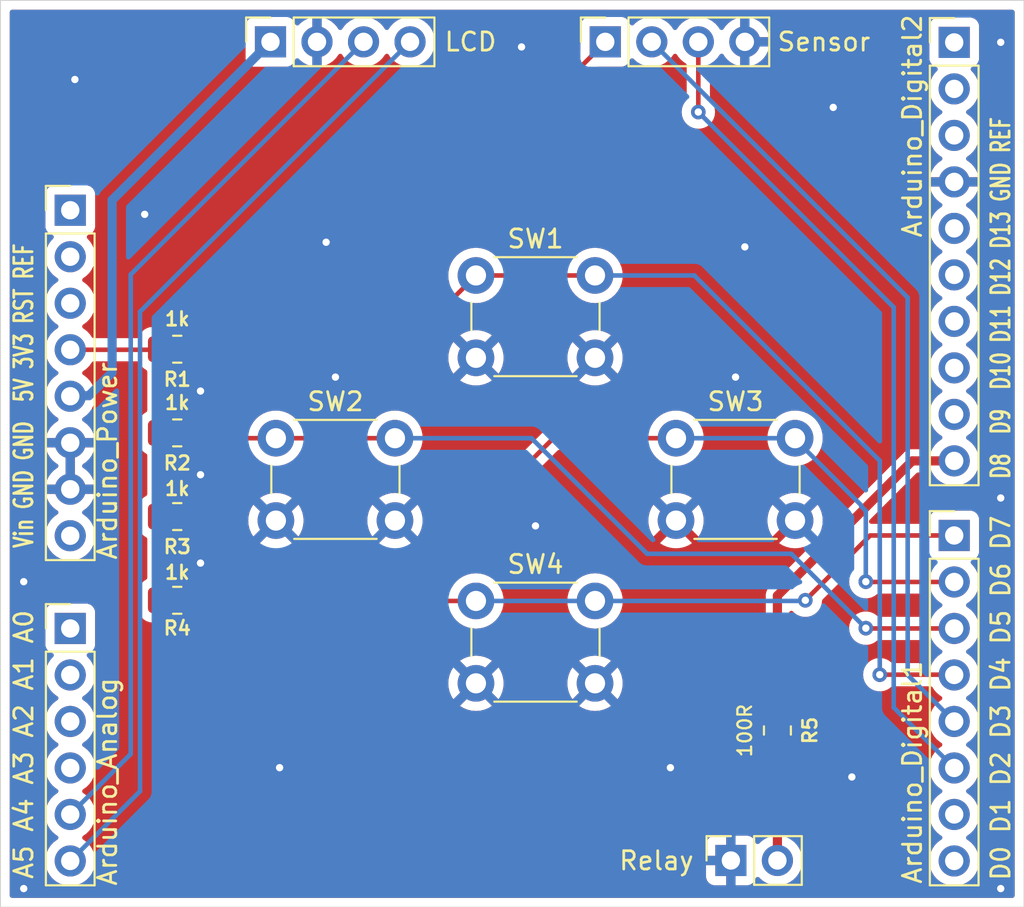
<source format=kicad_pcb>
(kicad_pcb (version 20211014) (generator pcbnew)
  (layers (0 "F.Cu" signal) (31 "B.Cu" signal) (34 "B.Paste" user) (35 "F.Paste" user) (36 "B.SilkS" user "B.Silkscreen") (37 "F.SilkS" user "F.Silkscreen") (38 "B.Mask" user) (39 "F.Mask" user) (44 "Edge.Cuts" user))
  (net 0 "")
  (net 1 "/D7")
  (net 2 "/D6")
  (net 3 "/D5")
  (net 4 "/D4")
  (net 5 "/D3_TX")
  (net 6 "/D2_RX")
  (net 12 "GND")
  (net 15 "/D8_TRIGGER")
  (net 20 "/A4_SDA")
  (net 21 "/A5_SCL")
  (net 24 "/3V3")
  (net 27 "/5V")
  (net 30 "/RELAY_IN")
  (net 31 "+12V")
  (footprint "Resistor_SMD:R_0805_2012Metric_Pad1.20x1.40mm_HandSolder" (layer "F.Cu") (at 131.572 106.426 180)
    (fp_text reference "R3" (at 0 -1.65) (layer "F.SilkS") (effects (font (size 0.75 0.75))))
    (fp_text value "1k" (at 0 1.524) (layer "F.SilkS") (effects (font (size 0.75 0.75))))
    (fp_line (start -0.227064 0.735) (end 0.227064 0.735) (layer "F.SilkS") (width 0.12))
    (fp_line (start -0.227064 -0.735) (end 0.227064 -0.735) (layer "F.SilkS") (width 0.12))
    (pad "1" smd roundrect (at -1 0 180) (size 1.2 1.4) (layers "F.Cu" "F.Paste" "F.Mask") (roundrect_rratio 0.208333) (net 2 "/D6"))
    (pad "2" smd roundrect (at 1 0 180) (size 1.2 1.4) (layers "F.Cu" "F.Paste" "F.Mask") (roundrect_rratio 0.208333) (net 24 "/3V3"))
  )
  (footprint "Connector_PinSocket_2.54mm:PinSocket_1x02_P2.54mm_Vertical" (layer "F.Cu") (at 161.798 125.212 90)
    (fp_text reference "J6" hide)
    (fp_text value "Relay" (at -0.01 -4.064) (layer "F.SilkS"))
    (fp_line (start -1.33 1.27) (end -1.33 3.87) (layer "F.SilkS") (width 0.12))
    (fp_line (start 1.33 1.27) (end 1.33 3.87) (layer "F.SilkS") (width 0.12))
    (fp_line (start -1.33 3.87) (end 1.33 3.87) (layer "F.SilkS") (width 0.12))
    (fp_line (start 0 -1.33) (end 1.33 -1.33) (layer "F.SilkS") (width 0.12))
    (fp_line (start 1.33 -1.33) (end 1.33 0) (layer "F.SilkS") (width 0.12))
    (fp_line (start -1.33 1.27) (end 1.33 1.27) (layer "F.SilkS") (width 0.12))
    (pad "1" thru_hole rect (at 0 0 90) (size 1.7 1.7) (drill 1) (layers *.Cu *.Mask) (net 12 "GND"))
    (pad "2" thru_hole oval (at 0 2.54 90) (size 1.7 1.7) (drill 1) (layers *.Cu *.Mask) (net 30 "/RELAY_IN"))
  )
  (footprint "Connector_PinSocket_2.54mm:PinSocket_1x04_P2.54mm_Vertical" (layer "F.Cu") (at 136.662 80.493 90)
    (fp_text reference "J7" hide)
    (fp_text value "LCD" (at 0 10.922) (layer "F.SilkS"))
    (fp_line (start 0 -1.33) (end 1.33 -1.33) (layer "F.SilkS") (width 0.12))
    (fp_line (start -1.33 1.27) (end -1.33 8.95) (layer "F.SilkS") (width 0.12))
    (fp_line (start -1.33 1.27) (end 1.33 1.27) (layer "F.SilkS") (width 0.12))
    (fp_line (start -1.33 8.95) (end 1.33 8.95) (layer "F.SilkS") (width 0.12))
    (fp_line (start 1.33 -1.33) (end 1.33 0) (layer "F.SilkS") (width 0.12))
    (fp_line (start 1.33 1.27) (end 1.33 8.95) (layer "F.SilkS") (width 0.12))
    (pad "1" thru_hole rect (at 0 0 90) (size 1.7 1.7) (drill 1) (layers *.Cu *.Mask) (net 27 "/5V"))
    (pad "2" thru_hole oval (at 0 2.54 90) (size 1.7 1.7) (drill 1) (layers *.Cu *.Mask) (net 12 "GND"))
    (pad "3" thru_hole oval (at 0 5.08 90) (size 1.7 1.7) (drill 1) (layers *.Cu *.Mask) (net 20 "/A4_SDA"))
    (pad "4" thru_hole oval (at 0 7.62 90) (size 1.7 1.7) (drill 1) (layers *.Cu *.Mask) (net 21 "/A5_SCL"))
  )
  (footprint "Connector_PinSocket_2.54mm:PinSocket_1x04_P2.54mm_Vertical" (layer "F.Cu") (at 154.94 80.493 90)
    (fp_text reference "J5" hide)
    (fp_text value "Sensor" (at 0 11.938) (layer "F.SilkS"))
    (fp_line (start -1.33 1.27) (end 1.33 1.27) (layer "F.SilkS") (width 0.12))
    (fp_line (start -1.33 1.27) (end -1.33 8.95) (layer "F.SilkS") (width 0.12))
    (fp_line (start 1.33 1.27) (end 1.33 8.95) (layer "F.SilkS") (width 0.12))
    (fp_line (start -1.33 8.95) (end 1.33 8.95) (layer "F.SilkS") (width 0.12))
    (fp_line (start 0 -1.33) (end 1.33 -1.33) (layer "F.SilkS") (width 0.12))
    (fp_line (start 1.33 -1.33) (end 1.33 0) (layer "F.SilkS") (width 0.12))
    (pad "1" thru_hole rect (at 0 0 90) (size 1.7 1.7) (drill 1) (layers *.Cu *.Mask) (net 24 "/3V3"))
    (pad "2" thru_hole oval (at 0 2.54 90) (size 1.7 1.7) (drill 1) (layers *.Cu *.Mask) (net 5 "/D3_TX"))
    (pad "3" thru_hole oval (at 0 5.08 90) (size 1.7 1.7) (drill 1) (layers *.Cu *.Mask) (net 6 "/D2_RX"))
    (pad "4" thru_hole oval (at 0 7.62 90) (size 1.7 1.7) (drill 1) (layers *.Cu *.Mask) (net 12 "GND"))
  )
  (footprint "Connector_PinHeader_2.54mm:PinHeader_1x08_P2.54mm_Vertical" (layer "F.Cu") (at 125.73 89.692)
    (fp_text reference "J4" hide)
    (fp_text value "Arduino_Power" (at 2.032 13.686 -90) (layer "F.SilkS"))
    (fp_line (start 1.33 1.27) (end 1.33 19.11) (layer "F.SilkS") (width 0.12))
    (fp_line (start -1.33 1.27) (end -1.33 19.11) (layer "F.SilkS") (width 0.12))
    (fp_line (start -1.33 0) (end -1.33 -1.33) (layer "F.SilkS") (width 0.12))
    (fp_line (start -1.33 1.27) (end 1.33 1.27) (layer "F.SilkS") (width 0.12))
    (fp_line (start -1.33 19.11) (end 1.33 19.11) (layer "F.SilkS") (width 0.12))
    (fp_line (start -1.33 -1.33) (end 0 -1.33) (layer "F.SilkS") (width 0.12))
    (pad "1" thru_hole rect (at 0 0) (size 1.7 1.7) (drill 1) (layers *.Cu *.Mask))
    (pad "2" thru_hole oval (at 0 2.54) (size 1.7 1.7) (drill 1) (layers *.Cu *.Mask))
    (pad "3" thru_hole oval (at 0 5.08) (size 1.7 1.7) (drill 1) (layers *.Cu *.Mask))
    (pad "4" thru_hole oval (at 0 7.62) (size 1.7 1.7) (drill 1) (layers *.Cu *.Mask) (net 24 "/3V3"))
    (pad "5" thru_hole oval (at 0 10.16) (size 1.7 1.7) (drill 1) (layers *.Cu *.Mask) (net 27 "/5V"))
    (pad "6" thru_hole oval (at 0 12.7) (size 1.7 1.7) (drill 1) (layers *.Cu *.Mask) (net 12 "GND"))
    (pad "7" thru_hole oval (at 0 15.24) (size 1.7 1.7) (drill 1) (layers *.Cu *.Mask) (net 12 "GND"))
    (pad "8" thru_hole oval (at 0 17.78) (size 1.7 1.7) (drill 1) (layers *.Cu *.Mask) (net 31 "+12V"))
  )
  (footprint "Button_Switch_THT:SW_PUSH_6mm_H9.5mm" (layer "F.Cu") (at 158.802 102.144)
    (fp_text reference "SW3" (at 3.25 -2) (layer "F.SilkS"))
    (fp_text value "SW_Push")
    (fp_line (start 6.75 3) (end 6.75 1.5) (layer "F.SilkS") (width 0.12))
    (fp_line (start 1 5.5) (end 5.5 5.5) (layer "F.SilkS") (width 0.12))
    (fp_line (start 5.5 -1) (end 1 -1) (layer "F.SilkS") (width 0.12))
    (fp_line (start -0.25 1.5) (end -0.25 3) (layer "F.SilkS") (width 0.12))
    (pad "1" thru_hole circle (at 0 0 90) (size 2 2) (drill 1.1) (layers *.Cu *.Mask) (net 2 "/D6"))
    (pad "1" thru_hole circle (at 6.5 0 90) (size 2 2) (drill 1.1) (layers *.Cu *.Mask) (net 2 "/D6"))
    (pad "2" thru_hole circle (at 6.5 4.5 90) (size 2 2) (drill 1.1) (layers *.Cu *.Mask) (net 12 "GND"))
    (pad "2" thru_hole circle (at 0 4.5 90) (size 2 2) (drill 1.1) (layers *.Cu *.Mask) (net 12 "GND"))
  )
  (footprint "Connector_PinHeader_2.54mm:PinHeader_1x06_P2.54mm_Vertical" (layer "F.Cu") (at 125.73 112.537)
    (fp_text reference "J3" hide)
    (fp_text value "Arduino_Analog" (at 2.032 8.367 -90) (layer "F.SilkS"))
    (fp_line (start -1.33 1.27) (end -1.33 14.03) (layer "F.SilkS") (width 0.12))
    (fp_line (start -1.33 1.27) (end 1.33 1.27) (layer "F.SilkS") (width 0.12))
    (fp_line (start -1.33 0) (end -1.33 -1.33) (layer "F.SilkS") (width 0.12))
    (fp_line (start -1.33 14.03) (end 1.33 14.03) (layer "F.SilkS") (width 0.12))
    (fp_line (start 1.33 1.27) (end 1.33 14.03) (layer "F.SilkS") (width 0.12))
    (fp_line (start -1.33 -1.33) (end 0 -1.33) (layer "F.SilkS") (width 0.12))
    (pad "1" thru_hole rect (at 0 0) (size 1.7 1.7) (drill 1) (layers *.Cu *.Mask))
    (pad "2" thru_hole oval (at 0 2.54) (size 1.7 1.7) (drill 1) (layers *.Cu *.Mask))
    (pad "3" thru_hole oval (at 0 5.08) (size 1.7 1.7) (drill 1) (layers *.Cu *.Mask))
    (pad "4" thru_hole oval (at 0 7.62) (size 1.7 1.7) (drill 1) (layers *.Cu *.Mask))
    (pad "5" thru_hole oval (at 0 10.16) (size 1.7 1.7) (drill 1) (layers *.Cu *.Mask) (net 20 "/A4_SDA"))
    (pad "6" thru_hole oval (at 0 12.7) (size 1.7 1.7) (drill 1) (layers *.Cu *.Mask) (net 21 "/A5_SCL"))
  )
  (footprint "Resistor_SMD:R_0805_2012Metric_Pad1.20x1.40mm_HandSolder" (layer "F.Cu") (at 131.572 110.998 180)
    (fp_text reference "R4" (at 0 -1.524) (layer "F.SilkS") (effects (font (size 0.75 0.75))))
    (fp_text value "1k" (at 0 1.524) (layer "F.SilkS") (effects (font (size 0.75 0.75))))
    (fp_line (start -0.227064 0.735) (end 0.227064 0.735) (layer "F.SilkS") (width 0.12))
    (fp_line (start -0.227064 -0.735) (end 0.227064 -0.735) (layer "F.SilkS") (width 0.12))
    (pad "1" smd roundrect (at -1 0 180) (size 1.2 1.4) (layers "F.Cu" "F.Paste" "F.Mask") (roundrect_rratio 0.208333) (net 1 "/D7"))
    (pad "2" smd roundrect (at 1 0 180) (size 1.2 1.4) (layers "F.Cu" "F.Paste" "F.Mask") (roundrect_rratio 0.208333) (net 24 "/3V3"))
  )
  (footprint "Resistor_SMD:R_0805_2012Metric_Pad1.20x1.40mm_HandSolder" (layer "F.Cu") (at 164.338 118.11 90)
    (fp_text reference "R5" (at 0 1.778 90) (layer "F.SilkS") (effects (font (size 0.75 0.75))))
    (fp_text value "100R" (at 0 -1.778 90) (layer "F.SilkS") (effects (font (size 0.75 0.75) (thickness 0.125))))
    (fp_line (start -0.227064 0.735) (end 0.227064 0.735) (layer "F.SilkS") (width 0.12))
    (fp_line (start -0.227064 -0.735) (end 0.227064 -0.735) (layer "F.SilkS") (width 0.12))
    (pad "1" smd roundrect (at -1 0 90) (size 1.2 1.4) (layers "F.Cu" "F.Paste" "F.Mask") (roundrect_rratio 0.208333) (net 30 "/RELAY_IN"))
    (pad "2" smd roundrect (at 1 0 90) (size 1.2 1.4) (layers "F.Cu" "F.Paste" "F.Mask") (roundrect_rratio 0.208333) (net 15 "/D8_TRIGGER"))
  )
  (footprint "Resistor_SMD:R_0805_2012Metric_Pad1.20x1.40mm_HandSolder" (layer "F.Cu") (at 131.572 101.854 180)
    (fp_text reference "R2" (at 0 -1.65) (layer "F.SilkS") (effects (font (size 0.75 0.75))))
    (fp_text value "1k" (at 0 1.65) (layer "F.SilkS") (effects (font (size 0.75 0.75))))
    (fp_line (start -0.227064 0.735) (end 0.227064 0.735) (layer "F.SilkS") (width 0.12))
    (fp_line (start -0.227064 -0.735) (end 0.227064 -0.735) (layer "F.SilkS") (width 0.12))
    (pad "1" smd roundrect (at -1 0 180) (size 1.2 1.4) (layers "F.Cu" "F.Paste" "F.Mask") (roundrect_rratio 0.208333) (net 3 "/D5"))
    (pad "2" smd roundrect (at 1 0 180) (size 1.2 1.4) (layers "F.Cu" "F.Paste" "F.Mask") (roundrect_rratio 0.208333) (net 24 "/3V3"))
  )
  (footprint "Resistor_SMD:R_0805_2012Metric_Pad1.20x1.40mm_HandSolder" (layer "F.Cu") (at 131.572 97.282 180)
    (fp_text reference "R1" (at 0 -1.65) (layer "F.SilkS") (effects (font (size 0.75 0.75))))
    (fp_text value "1k" (at 0 1.65) (layer "F.SilkS") (effects (font (size 0.75 0.75))))
    (fp_line (start -0.227064 0.735) (end 0.227064 0.735) (layer "F.SilkS") (width 0.12))
    (fp_line (start -0.227064 -0.735) (end 0.227064 -0.735) (layer "F.SilkS") (width 0.12))
    (pad "1" smd roundrect (at -1 0 180) (size 1.2 1.4) (layers "F.Cu" "F.Paste" "F.Mask") (roundrect_rratio 0.208333) (net 4 "/D4"))
    (pad "2" smd roundrect (at 1 0 180) (size 1.2 1.4) (layers "F.Cu" "F.Paste" "F.Mask") (roundrect_rratio 0.208333) (net 24 "/3V3"))
  )
  (footprint "Button_Switch_THT:SW_PUSH_6mm_H9.5mm" (layer "F.Cu") (at 147.88 111.034)
    (fp_text reference "SW4" (at 3.25 -2) (layer "F.SilkS"))
    (fp_text value "SW_Push")
    (fp_line (start 6.75 3) (end 6.75 1.5) (layer "F.SilkS") (width 0.12))
    (fp_line (start -0.25 1.5) (end -0.25 3) (layer "F.SilkS") (width 0.12))
    (fp_line (start 5.5 -1) (end 1 -1) (layer "F.SilkS") (width 0.12))
    (fp_line (start 1 5.5) (end 5.5 5.5) (layer "F.SilkS") (width 0.12))
    (pad "1" thru_hole circle (at 6.5 0 90) (size 2 2) (drill 1.1) (layers *.Cu *.Mask) (net 1 "/D7"))
    (pad "1" thru_hole circle (at 0 0 90) (size 2 2) (drill 1.1) (layers *.Cu *.Mask) (net 1 "/D7"))
    (pad "2" thru_hole circle (at 0 4.5 90) (size 2 2) (drill 1.1) (layers *.Cu *.Mask) (net 12 "GND"))
    (pad "2" thru_hole circle (at 6.5 4.5 90) (size 2 2) (drill 1.1) (layers *.Cu *.Mask) (net 12 "GND"))
  )
  (footprint "Connector_PinHeader_2.54mm:PinHeader_1x08_P2.54mm_Vertical" (layer "F.Cu") (at 173.99 107.457)
    (fp_text reference "J1" hide)
    (fp_text value "Arduino_Digital1" (at -2.286 12.939 -90) (layer "F.SilkS"))
    (fp_line (start -1.33 1.27) (end -1.33 19.11) (layer "F.SilkS") (width 0.12))
    (fp_line (start -1.33 19.11) (end 1.33 19.11) (layer "F.SilkS") (width 0.12))
    (fp_line (start -1.33 0) (end -1.33 -1.33) (layer "F.SilkS") (width 0.12))
    (fp_line (start -1.33 1.27) (end 1.33 1.27) (layer "F.SilkS") (width 0.12))
    (fp_line (start 1.33 1.27) (end 1.33 19.11) (layer "F.SilkS") (width 0.12))
    (fp_line (start -1.33 -1.33) (end 0 -1.33) (layer "F.SilkS") (width 0.12))
    (pad "1" thru_hole rect (at 0 0) (size 1.7 1.7) (drill 1) (layers *.Cu *.Mask) (net 1 "/D7"))
    (pad "2" thru_hole oval (at 0 2.54) (size 1.7 1.7) (drill 1) (layers *.Cu *.Mask) (net 2 "/D6"))
    (pad "3" thru_hole oval (at 0 5.08) (size 1.7 1.7) (drill 1) (layers *.Cu *.Mask) (net 3 "/D5"))
    (pad "4" thru_hole oval (at 0 7.62) (size 1.7 1.7) (drill 1) (layers *.Cu *.Mask) (net 4 "/D4"))
    (pad "5" thru_hole oval (at 0 10.16) (size 1.7 1.7) (drill 1) (layers *.Cu *.Mask) (net 5 "/D3_TX"))
    (pad "6" thru_hole oval (at 0 12.7) (size 1.7 1.7) (drill 1) (layers *.Cu *.Mask) (net 6 "/D2_RX"))
    (pad "7" thru_hole oval (at 0 15.24) (size 1.7 1.7) (drill 1) (layers *.Cu *.Mask))
    (pad "8" thru_hole oval (at 0 17.78) (size 1.7 1.7) (drill 1) (layers *.Cu *.Mask))
  )
  (footprint "Button_Switch_THT:SW_PUSH_6mm_H9.5mm" (layer "F.Cu") (at 136.958 102.144)
    (fp_text reference "SW2" (at 3.25 -2) (layer "F.SilkS"))
    (fp_text value "SW_Push")
    (fp_line (start 1 5.5) (end 5.5 5.5) (layer "F.SilkS") (width 0.12))
    (fp_line (start -0.25 1.5) (end -0.25 3) (layer "F.SilkS") (width 0.12))
    (fp_line (start 5.5 -1) (end 1 -1) (layer "F.SilkS") (width 0.12))
    (fp_line (start 6.75 3) (end 6.75 1.5) (layer "F.SilkS") (width 0.12))
    (pad "1" thru_hole circle (at 6.5 0 90) (size 2 2) (drill 1.1) (layers *.Cu *.Mask) (net 3 "/D5"))
    (pad "1" thru_hole circle (at 0 0 90) (size 2 2) (drill 1.1) (layers *.Cu *.Mask) (net 3 "/D5"))
    (pad "2" thru_hole circle (at 6.5 4.5 90) (size 2 2) (drill 1.1) (layers *.Cu *.Mask) (net 12 "GND"))
    (pad "2" thru_hole circle (at 0 4.5 90) (size 2 2) (drill 1.1) (layers *.Cu *.Mask) (net 12 "GND"))
  )
  (footprint "Connector_PinHeader_2.54mm:PinHeader_1x10_P2.54mm_Vertical" (layer "F.Cu") (at 173.99 80.523)
    (fp_text reference "J2" hide)
    (fp_text value "Arduino_Digital2" (at -2.286 4.567 -90) (layer "F.SilkS"))
    (fp_line (start -1.33 -1.33) (end 0 -1.33) (layer "F.SilkS") (width 0.12))
    (fp_line (start -1.33 1.27) (end -1.33 24.19) (layer "F.SilkS") (width 0.12))
    (fp_line (start -1.33 0) (end -1.33 -1.33) (layer "F.SilkS") (width 0.12))
    (fp_line (start 1.33 1.27) (end 1.33 24.19) (layer "F.SilkS") (width 0.12))
    (fp_line (start -1.33 1.27) (end 1.33 1.27) (layer "F.SilkS") (width 0.12))
    (fp_line (start -1.33 24.19) (end 1.33 24.19) (layer "F.SilkS") (width 0.12))
    (pad "1" thru_hole rect (at 0 0) (size 1.7 1.7) (drill 1) (layers *.Cu *.Mask))
    (pad "2" thru_hole oval (at 0 2.54) (size 1.7 1.7) (drill 1) (layers *.Cu *.Mask))
    (pad "3" thru_hole oval (at 0 5.08) (size 1.7 1.7) (drill 1) (layers *.Cu *.Mask))
    (pad "4" thru_hole oval (at 0 7.62) (size 1.7 1.7) (drill 1) (layers *.Cu *.Mask) (net 12 "GND"))
    (pad "5" thru_hole oval (at 0 10.16) (size 1.7 1.7) (drill 1) (layers *.Cu *.Mask))
    (pad "6" thru_hole oval (at 0 12.7) (size 1.7 1.7) (drill 1) (layers *.Cu *.Mask))
    (pad "7" thru_hole oval (at 0 15.24) (size 1.7 1.7) (drill 1) (layers *.Cu *.Mask))
    (pad "8" thru_hole oval (at 0 17.78) (size 1.7 1.7) (drill 1) (layers *.Cu *.Mask))
    (pad "9" thru_hole oval (at 0 20.32) (size 1.7 1.7) (drill 1) (layers *.Cu *.Mask))
    (pad "10" thru_hole oval (at 0 22.86) (size 1.7 1.7) (drill 1) (layers *.Cu *.Mask) (net 15 "/D8_TRIGGER"))
  )
  (footprint "Button_Switch_THT:SW_PUSH_6mm_H9.5mm" (layer "F.Cu") (at 147.88 93.254)
    (fp_text reference "SW1" (at 3.25 -2) (layer "F.SilkS"))
    (fp_text value "SW_Push")
    (fp_line (start 6.75 3) (end 6.75 1.5) (layer "F.SilkS") (width 0.12))
    (fp_line (start -0.25 1.5) (end -0.25 3) (layer "F.SilkS") (width 0.12))
    (fp_line (start 5.5 -1) (end 1 -1) (layer "F.SilkS") (width 0.12))
    (fp_line (start 1 5.5) (end 5.5 5.5) (layer "F.SilkS") (width 0.12))
    (pad "1" thru_hole circle (at 0 0 90) (size 2 2) (drill 1.1) (layers *.Cu *.Mask) (net 4 "/D4"))
    (pad "1" thru_hole circle (at 6.5 0 90) (size 2 2) (drill 1.1) (layers *.Cu *.Mask) (net 4 "/D4"))
    (pad "2" thru_hole circle (at 6.5 4.5 90) (size 2 2) (drill 1.1) (layers *.Cu *.Mask) (net 12 "GND"))
    (pad "2" thru_hole circle (at 0 4.5 90) (size 2 2) (drill 1.1) (layers *.Cu *.Mask) (net 12 "GND"))
  )
  (gr_rect (start 177.8 127.762) (end 121.92 78.232) (layer "Edge.Cuts") (width 0.05) (fill none))
  (gr_text "D8  D9  D10 D11 D12 D13 GND REF" (at 176.53 94.488 -270) (layer "F.SilkS") (effects (font (size 1 0.7))))
  (gr_text "A5 A4 A3 A2 A1 A0" (at 123.19 118.872 -270) (layer "F.SilkS") (effects (font (size 1 1))))
  (gr_text "D0 D1 D2 D3 D4 D5 D6 D7" (at 176.53 116.332 -270) (layer "F.SilkS") (effects (font (size 1 0.95))))
  (gr_text "Vin GND GND  5V 3V3 RST REF" (at 123.19 99.822 -270) (layer "F.SilkS") (effects (font (size 1 0.7))))
  (segment (start 132.608 111.034) (end 147.88 111.034) (width 0.25) (layer "F.Cu") (net 1))
  (segment (start 165.862 110.998) (end 169.403 107.457) (width 0.25) (layer "F.Cu") (net 1))
  (segment (start 169.403 107.457) (end 173.99 107.457) (width 0.25) (layer "F.Cu") (net 1))
  (segment (start 132.572 110.998) (end 132.608 111.034) (width 0.25) (layer "F.Cu") (net 1))
  (via (at 165.862 110.998) (size 0.8) (drill 0.4) (layers "F.Cu" "B.Cu") (net 1))
  (segment (start 165.862 110.998) (end 165.826 111.034) (width 0.25) (layer "B.Cu") (net 1))
  (segment (start 165.826 111.034) (end 154.38 111.034) (width 0.25) (layer "B.Cu") (net 1))
  (segment (start 154.38 111.034) (end 147.88 111.034) (width 0.25) (layer "B.Cu") (net 1))
  (segment (start 169.179 109.997) (end 173.99 109.997) (width 0.25) (layer "F.Cu") (net 2))
  (segment (start 145.542 108.712) (end 152.11 102.144) (width 0.25) (layer "F.Cu") (net 2))
  (segment (start 132.572 106.426) (end 134.858 108.712) (width 0.25) (layer "F.Cu") (net 2))
  (segment (start 152.11 102.144) (end 158.75 102.144) (width 0.25) (layer "F.Cu") (net 2))
  (segment (start 169.164 109.982) (end 169.179 109.997) (width 0.25) (layer "F.Cu") (net 2))
  (segment (start 134.858 108.712) (end 145.542 108.712) (width 0.25) (layer "F.Cu") (net 2))
  (via (at 169.164 109.982) (size 0.8) (drill 0.4) (layers "F.Cu" "B.Cu") (net 2))
  (segment (start 169.164 109.982) (end 169.164 106.115) (width 0.25) (layer "B.Cu") (net 2))
  (segment (start 168.91 105.804) (end 165.25 102.144) (width 0.25) (layer "B.Cu") (net 2))
  (segment (start 165.25 102.144) (end 158.75 102.144) (width 0.25) (layer "B.Cu") (net 2))
  (segment (start 169.164 106.115) (end 168.91 105.861) (width 0.25) (layer "B.Cu") (net 2))
  (segment (start 169.179 112.537) (end 173.99 112.537) (width 0.25) (layer "F.Cu") (net 3))
  (segment (start 132.572 101.854) (end 132.862 102.144) (width 0.25) (layer "F.Cu") (net 3))
  (segment (start 132.862 102.144) (end 136.958 102.144) (width 0.25) (layer "F.Cu") (net 3))
  (segment (start 169.164 112.522) (end 169.179 112.537) (width 0.25) (layer "F.Cu") (net 3))
  (segment (start 136.958 102.144) (end 143.458 102.144) (width 0.25) (layer "F.Cu") (net 3))
  (via (at 169.164 112.522) (size 0.8) (drill 0.4) (layers "F.Cu" "B.Cu") (net 3))
  (segment (start 169.164 112.522) (end 165.1 108.458) (width 0.25) (layer "B.Cu") (net 3))
  (segment (start 165.1 108.458) (end 157.226 108.458) (width 0.25) (layer "B.Cu") (net 3))
  (segment (start 157.226 108.458) (end 150.912 102.144) (width 0.25) (layer "B.Cu") (net 3))
  (segment (start 150.912 102.144) (end 143.458 102.144) (width 0.25) (layer "B.Cu") (net 3))
  (segment (start 143.852 97.282) (end 147.88 93.254) (width 0.25) (layer "F.Cu") (net 4))
  (segment (start 147.88 93.254) (end 154.38 93.254) (width 0.25) (layer "F.Cu") (net 4))
  (segment (start 169.926 115.062) (end 173.975 115.062) (width 0.25) (layer "F.Cu") (net 4))
  (segment (start 173.975 115.062) (end 173.99 115.077) (width 0.25) (layer "F.Cu") (net 4))
  (segment (start 132.572 97.282) (end 143.852 97.282) (width 0.25) (layer "F.Cu") (net 4))
  (via (at 169.926 115.062) (size 0.8) (drill 0.4) (layers "F.Cu" "B.Cu") (net 4))
  (segment (start 159.802 93.254) (end 154.38 93.254) (width 0.25) (layer "B.Cu") (net 4))
  (segment (start 169.926 115.062) (end 169.926 103.378) (width 0.25) (layer "B.Cu") (net 4))
  (segment (start 169.926 103.378) (end 159.802 93.254) (width 0.25) (layer "B.Cu") (net 4))
  (segment (start 157.48 80.493) (end 171.45 94.463) (width 0.25) (layer "B.Cu") (net 5))
  (segment (start 171.45 94.463) (end 171.45 115.077) (width 0.25) (layer "B.Cu") (net 5))
  (segment (start 171.45 115.077) (end 173.99 117.617) (width 0.25) (layer "B.Cu") (net 5))
  (segment (start 160.02 84.328) (end 160.02 80.493) (width 0.25) (layer "F.Cu") (net 6))
  (via (at 160.02 84.328) (size 0.8) (drill 0.4) (layers "F.Cu" "B.Cu") (net 6))
  (segment (start 170.688 94.996) (end 170.688 116.855) (width 0.25) (layer "B.Cu") (net 6))
  (segment (start 170.688 116.855) (end 173.99 120.157) (width 0.25) (layer "B.Cu") (net 6))
  (segment (start 170.688 94.996) (end 160.02 84.328) (width 0.25) (layer "B.Cu") (net 6))
  (via (at 167.386 84.074) (size 0.8) (drill 0.4) (layers "F.Cu" "B.Cu") (net 12))
  (via (at 123.19 126.746) (size 0.8) (drill 0.4) (layers "F.Cu" "B.Cu") (net 12))
  (via (at 132.842 108.966) (size 0.8) (drill 0.4) (layers "F.Cu" "B.Cu") (net 12))
  (via (at 158.496 120.142) (size 0.8) (drill 0.4) (layers "F.Cu" "B.Cu") (net 12))
  (via (at 125.984 82.55) (size 0.8) (drill 0.4) (layers "F.Cu" "B.Cu") (net 12))
  (via (at 150.368 80.772) (size 0.8) (drill 0.4) (layers "F.Cu" "B.Cu") (net 12))
  (via (at 140.208 98.806) (size 0.8) (drill 0.4) (layers "F.Cu" "B.Cu") (net 12))
  (via (at 139.7 91.44) (size 0.8) (drill 0.4) (layers "F.Cu" "B.Cu") (net 12))
  (via (at 176.53 80.518) (size 0.8) (drill 0.4) (layers "F.Cu" "B.Cu") (net 12))
  (via (at 176.53 105.41) (size 0.8) (drill 0.4) (layers "F.Cu" "B.Cu") (net 12))
  (via (at 137.16 120.142) (size 0.8) (drill 0.4) (layers "F.Cu" "B.Cu") (net 12))
  (via (at 162.56 91.694) (size 0.8) (drill 0.4) (layers "F.Cu" "B.Cu") (net 12))
  (via (at 132.842 99.568) (size 0.8) (drill 0.4) (layers "F.Cu" "B.Cu") (net 12))
  (via (at 162.052 98.806) (size 0.8) (drill 0.4) (layers "F.Cu" "B.Cu") (net 12))
  (via (at 123.19 109.982) (size 0.8) (drill 0.4) (layers "F.Cu" "B.Cu") (net 12))
  (via (at 168.402 120.65) (size 0.8) (drill 0.4) (layers "F.Cu" "B.Cu") (net 12))
  (via (at 132.842 104.14) (size 0.8) (drill 0.4) (layers "F.Cu" "B.Cu") (net 12))
  (via (at 129.794 89.916) (size 0.8) (drill 0.4) (layers "F.Cu" "B.Cu") (net 12))
  (via (at 176.53 126.746) (size 0.8) (drill 0.4) (layers "F.Cu" "B.Cu") (net 12))
  (via (at 151.13 106.934) (size 0.8) (drill 0.4) (layers "F.Cu" "B.Cu") (net 12))
  (segment (start 171.699 103.383) (end 173.99 103.383) (width 0.5) (layer "F.Cu") (net 15))
  (segment (start 164.338 110.744) (end 164.338 117.11) (width 0.5) (layer "F.Cu") (net 15))
  (segment (start 164.338 110.744) (end 171.699 103.383) (width 0.5) (layer "F.Cu") (net 15))
  (segment (start 125.73 122.697) (end 129.032 119.395) (width 0.25) (layer "B.Cu") (net 20))
  (segment (start 129.032 93.203) (end 141.742 80.493) (width 0.25) (layer "B.Cu") (net 20))
  (segment (start 129.032 119.395) (end 129.032 93.203) (width 0.25) (layer "B.Cu") (net 20))
  (segment (start 129.54 121.427) (end 129.54 95.235) (width 0.25) (layer "B.Cu") (net 21))
  (segment (start 129.54 95.235) (end 144.282 80.493) (width 0.25) (layer "B.Cu") (net 21))
  (segment (start 125.73 125.237) (end 129.54 121.427) (width 0.25) (layer "B.Cu") (net 21))
  (segment (start 144.018 83.82) (end 151.638 83.82) (width 0.25) (layer "F.Cu") (net 24))
  (segment (start 130.572 101.854) (end 130.572 106.426) (width 0.25) (layer "F.Cu") (net 24))
  (segment (start 125.73 97.312) (end 130.542 97.312) (width 0.25) (layer "F.Cu") (net 24))
  (segment (start 154.94 80.518) (end 154.94 80.493) (width 0.25) (layer "F.Cu") (net 24))
  (segment (start 130.572 97.282) (end 130.572 97.266) (width 0.25) (layer "F.Cu") (net 24))
  (segment (start 130.542 97.312) (end 130.572 97.282) (width 0.25) (layer "F.Cu") (net 24))
  (segment (start 130.572 106.426) (end 130.572 110.998) (width 0.25) (layer "F.Cu") (net 24))
  (segment (start 130.572 97.282) (end 130.572 101.854) (width 0.25) (layer "F.Cu") (net 24))
  (segment (start 130.572 97.266) (end 144.018 83.82) (width 0.25) (layer "F.Cu") (net 24))
  (segment (start 151.638 83.82) (end 154.94 80.518) (width 0.25) (layer "F.Cu") (net 24))
  (segment (start 125.73 99.822) (end 126.746 99.822) (width 0.5) (layer "B.Cu") (net 27))
  (segment (start 128.016 89.139) (end 136.662 80.493) (width 0.5) (layer "B.Cu") (net 27))
  (segment (start 126.746 99.822) (end 128.016 98.552) (width 0.5) (layer "B.Cu") (net 27))
  (segment (start 128.016 98.552) (end 128.016 89.139) (width 0.5) (layer "B.Cu") (net 27))
  (segment (start 164.338 119.11) (end 164.338 125.212) (width 0.5) (layer "F.Cu") (net 30))
  (zone (net 12) (net_name "GND") (layer "F.Cu") (connect_pads (clearance 0.508)) (min_thickness 0.254) (fill yes (thermal_gap 0.508) (thermal_bridge_width 0.508))
    (polygon (pts (xy 177.8 127.762) (xy 121.92 127.762) (xy 121.92 78.232) (xy 177.8 78.232)))
  )
  (zone (net 12) (net_name "GND") (layer "B.Cu") (connect_pads (clearance 0.508)) (min_thickness 0.254) (fill yes (thermal_gap 0.508) (thermal_bridge_width 0.508))
    (polygon (pts (xy 177.8 127.762) (xy 121.92 127.762) (xy 121.92 78.232) (xy 177.8 78.232)))
  )
)
</source>
